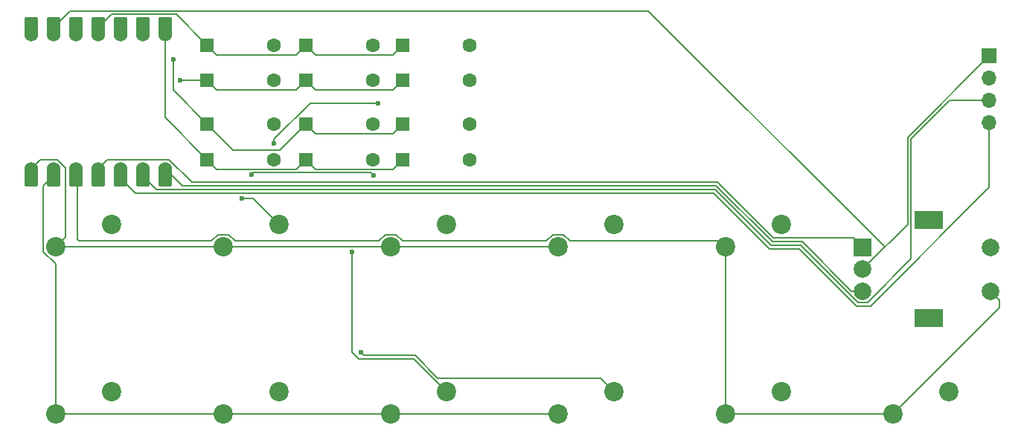
<source format=gbr>
%TF.GenerationSoftware,KiCad,Pcbnew,9.0.6*%
%TF.CreationDate,2025-12-11T12:47:50+11:00*%
%TF.ProjectId,vali-macroPAD,76616c69-2d6d-4616-9372-6f5041442e6b,rev?*%
%TF.SameCoordinates,Original*%
%TF.FileFunction,Copper,L1,Top*%
%TF.FilePolarity,Positive*%
%FSLAX46Y46*%
G04 Gerber Fmt 4.6, Leading zero omitted, Abs format (unit mm)*
G04 Created by KiCad (PCBNEW 9.0.6) date 2025-12-11 12:47:50*
%MOMM*%
%LPD*%
G01*
G04 APERTURE LIST*
G04 Aperture macros list*
%AMRoundRect*
0 Rectangle with rounded corners*
0 $1 Rounding radius*
0 $2 $3 $4 $5 $6 $7 $8 $9 X,Y pos of 4 corners*
0 Add a 4 corners polygon primitive as box body*
4,1,4,$2,$3,$4,$5,$6,$7,$8,$9,$2,$3,0*
0 Add four circle primitives for the rounded corners*
1,1,$1+$1,$2,$3*
1,1,$1+$1,$4,$5*
1,1,$1+$1,$6,$7*
1,1,$1+$1,$8,$9*
0 Add four rect primitives between the rounded corners*
20,1,$1+$1,$2,$3,$4,$5,0*
20,1,$1+$1,$4,$5,$6,$7,0*
20,1,$1+$1,$6,$7,$8,$9,0*
20,1,$1+$1,$8,$9,$2,$3,0*%
G04 Aperture macros list end*
%TA.AperFunction,ComponentPad*%
%ADD10C,2.200000*%
%TD*%
%TA.AperFunction,ComponentPad*%
%ADD11R,2.000000X2.000000*%
%TD*%
%TA.AperFunction,ComponentPad*%
%ADD12C,2.000000*%
%TD*%
%TA.AperFunction,ComponentPad*%
%ADD13R,3.200000X2.000000*%
%TD*%
%TA.AperFunction,ComponentPad*%
%ADD14RoundRect,0.250000X-0.550000X-0.550000X0.550000X-0.550000X0.550000X0.550000X-0.550000X0.550000X0*%
%TD*%
%TA.AperFunction,ComponentPad*%
%ADD15C,1.600000*%
%TD*%
%TA.AperFunction,ComponentPad*%
%ADD16R,1.700000X1.700000*%
%TD*%
%TA.AperFunction,ComponentPad*%
%ADD17O,1.700000X1.700000*%
%TD*%
%TA.AperFunction,SMDPad,CuDef*%
%ADD18RoundRect,0.152400X-0.609600X1.063600X-0.609600X-1.063600X0.609600X-1.063600X0.609600X1.063600X0*%
%TD*%
%TA.AperFunction,ComponentPad*%
%ADD19C,1.524000*%
%TD*%
%TA.AperFunction,SMDPad,CuDef*%
%ADD20RoundRect,0.152400X0.609600X-1.063600X0.609600X1.063600X-0.609600X1.063600X-0.609600X-1.063600X0*%
%TD*%
%TA.AperFunction,ViaPad*%
%ADD21C,0.600000*%
%TD*%
%TA.AperFunction,Conductor*%
%ADD22C,0.200000*%
%TD*%
G04 APERTURE END LIST*
D10*
%TO.P,SW11,1,1*%
%TO.N,Net-(D11-A)*%
X183515000Y-104457500D03*
%TO.P,SW11,2,2*%
%TO.N,Row3*%
X177165000Y-106997500D03*
%TD*%
%TO.P,SW6,1,1*%
%TO.N,Net-(D6-A)*%
X126365000Y-104457500D03*
%TO.P,SW6,2,2*%
%TO.N,Row2*%
X120015000Y-106997500D03*
%TD*%
D11*
%TO.P,SW10,A,A*%
%TO.N,REA*%
X192775000Y-87987500D03*
D12*
%TO.P,SW10,B,B*%
%TO.N,REB*%
X192775000Y-92987500D03*
%TO.P,SW10,C,C*%
%TO.N,GND*%
X192775000Y-90487500D03*
D13*
%TO.P,SW10,MP*%
%TO.N,N/C*%
X200275000Y-84887500D03*
X200275000Y-96087500D03*
D12*
%TO.P,SW10,S1,S1*%
%TO.N,Row3*%
X207275000Y-92987500D03*
%TO.P,SW10,S2,S2*%
%TO.N,Net-(D10-A)*%
X207275000Y-87987500D03*
%TD*%
D14*
%TO.P,D2,1,K*%
%TO.N,Col2*%
X118190000Y-69000000D03*
D15*
%TO.P,D2,2,A*%
%TO.N,Net-(D2-A)*%
X125810000Y-69000000D03*
%TD*%
D14*
%TO.P,D10,1,K*%
%TO.N,Col2*%
X140380000Y-69000000D03*
D15*
%TO.P,D10,2,A*%
%TO.N,Net-(D10-A)*%
X148000000Y-69000000D03*
%TD*%
D10*
%TO.P,SW3,1,1*%
%TO.N,Net-(D3-A)*%
X145415000Y-85407500D03*
%TO.P,SW3,2,2*%
%TO.N,Row1*%
X139065000Y-87947500D03*
%TD*%
D14*
%TO.P,D7,1,K*%
%TO.N,Col3*%
X129380000Y-74000000D03*
D15*
%TO.P,D7,2,A*%
%TO.N,Net-(D7-A)*%
X137000000Y-74000000D03*
%TD*%
D14*
%TO.P,D12,1,K*%
%TO.N,Col4*%
X140380000Y-78000000D03*
D15*
%TO.P,D12,2,A*%
%TO.N,Net-(D12-A)*%
X148000000Y-78000000D03*
%TD*%
D14*
%TO.P,D8,1,K*%
%TO.N,Col4*%
X129380000Y-78000000D03*
D15*
%TO.P,D8,2,A*%
%TO.N,Net-(D8-A)*%
X137000000Y-78000000D03*
%TD*%
D10*
%TO.P,SW7,1,1*%
%TO.N,Net-(D7-A)*%
X145415000Y-104457500D03*
%TO.P,SW7,2,2*%
%TO.N,Row2*%
X139065000Y-106997500D03*
%TD*%
%TO.P,SW4,1,1*%
%TO.N,Net-(D4-A)*%
X164465000Y-85407500D03*
%TO.P,SW4,2,2*%
%TO.N,Row1*%
X158115000Y-87947500D03*
%TD*%
%TO.P,SW12,1,1*%
%TO.N,Net-(D12-A)*%
X202565000Y-104457500D03*
%TO.P,SW12,2,2*%
%TO.N,Row3*%
X196215000Y-106997500D03*
%TD*%
D14*
%TO.P,D6,1,K*%
%TO.N,Col2*%
X129380000Y-69000000D03*
D15*
%TO.P,D6,2,A*%
%TO.N,Net-(D6-A)*%
X137000000Y-69000000D03*
%TD*%
D10*
%TO.P,SW1,1,1*%
%TO.N,Net-(D1-A)*%
X107315000Y-85407500D03*
%TO.P,SW1,2,2*%
%TO.N,Row1*%
X100965000Y-87947500D03*
%TD*%
D16*
%TO.P,OL1,1,SDA*%
%TO.N,GND*%
X207168750Y-66198750D03*
D17*
%TO.P,OL1,2,SCL*%
%TO.N,VCC*%
X207168750Y-68738750D03*
%TO.P,OL1,3,VCC*%
%TO.N,OLEDSCL*%
X207168750Y-71278750D03*
%TO.P,OL1,4,GND*%
%TO.N,OLEDSDA*%
X207168750Y-73818750D03*
%TD*%
D10*
%TO.P,SW8,1,1*%
%TO.N,Net-(D8-A)*%
X164465000Y-104457500D03*
%TO.P,SW8,2,2*%
%TO.N,Row2*%
X158115000Y-106997500D03*
%TD*%
D14*
%TO.P,D11,1,K*%
%TO.N,Col3*%
X140380000Y-74000000D03*
D15*
%TO.P,D11,2,A*%
%TO.N,Net-(D11-A)*%
X148000000Y-74000000D03*
%TD*%
D18*
%TO.P,U1,1,GPIO26/ADC0/A0*%
%TO.N,Row1*%
X98151250Y-79892500D03*
D19*
X98151250Y-79057500D03*
D18*
%TO.P,U1,2,GPIO27/ADC1/A1*%
%TO.N,Row2*%
X100691250Y-79892500D03*
D19*
X100691250Y-79057500D03*
D18*
%TO.P,U1,3,GPIO28/ADC2/A2*%
%TO.N,Row3*%
X103231250Y-79892500D03*
D19*
X103231250Y-79057500D03*
D18*
%TO.P,U1,4,GPIO29/ADC3/A3*%
%TO.N,REA*%
X105771250Y-79892500D03*
D19*
X105771250Y-79057500D03*
D18*
%TO.P,U1,5,GPIO6/SDA*%
%TO.N,OLEDSDA*%
X108311250Y-79892500D03*
D19*
X108311250Y-79057500D03*
D18*
%TO.P,U1,6,GPIO7/SCL*%
%TO.N,OLEDSCL*%
X110851250Y-79892500D03*
D19*
X110851250Y-79057500D03*
D18*
%TO.P,U1,7,GPIO0/TX*%
%TO.N,REB*%
X113391250Y-79892500D03*
D19*
X113391250Y-79057500D03*
%TO.P,U1,8,GPIO1/RX*%
%TO.N,Col4*%
X113391250Y-63817500D03*
D20*
X113391250Y-62982500D03*
D19*
%TO.P,U1,9,GPIO2/SCK*%
%TO.N,Col3*%
X110851250Y-63817500D03*
D20*
X110851250Y-62982500D03*
D19*
%TO.P,U1,10,GPIO4/MISO*%
%TO.N,Col2*%
X108311250Y-63817500D03*
D20*
X108311250Y-62982500D03*
D19*
%TO.P,U1,11,GPIO3/MOSI*%
%TO.N,Col1*%
X105771250Y-63817500D03*
D20*
X105771250Y-62982500D03*
D19*
%TO.P,U1,12,3V3*%
%TO.N,unconnected-(U1-3V3-Pad12)*%
X103231250Y-63817500D03*
D20*
X103231250Y-62982500D03*
D19*
%TO.P,U1,13,GND*%
%TO.N,GND*%
X100691250Y-63817500D03*
D20*
X100691250Y-62982500D03*
D19*
%TO.P,U1,14,VBUS*%
%TO.N,VCC*%
X98151250Y-63817500D03*
D20*
X98151250Y-62982500D03*
%TD*%
D14*
%TO.P,D5,1,K*%
%TO.N,Col1*%
X129380000Y-65000000D03*
D15*
%TO.P,D5,2,A*%
%TO.N,Net-(D5-A)*%
X137000000Y-65000000D03*
%TD*%
D10*
%TO.P,SW9,1,1*%
%TO.N,Net-(D9-A)*%
X183515000Y-85407500D03*
%TO.P,SW9,2,2*%
%TO.N,Row3*%
X177165000Y-87947500D03*
%TD*%
D14*
%TO.P,D9,1,K*%
%TO.N,Col1*%
X140380000Y-65000000D03*
D15*
%TO.P,D9,2,A*%
%TO.N,Net-(D9-A)*%
X148000000Y-65000000D03*
%TD*%
D14*
%TO.P,D4,1,K*%
%TO.N,Col4*%
X118190000Y-78000000D03*
D15*
%TO.P,D4,2,A*%
%TO.N,Net-(D4-A)*%
X125810000Y-78000000D03*
%TD*%
D14*
%TO.P,D1,1,K*%
%TO.N,Col1*%
X118190000Y-65000000D03*
D15*
%TO.P,D1,2,A*%
%TO.N,Net-(D1-A)*%
X125810000Y-65000000D03*
%TD*%
D10*
%TO.P,SW5,1,1*%
%TO.N,Net-(D5-A)*%
X107315000Y-104457500D03*
%TO.P,SW5,2,2*%
%TO.N,Row2*%
X100965000Y-106997500D03*
%TD*%
%TO.P,SW2,1,1*%
%TO.N,Net-(D2-A)*%
X126365000Y-85407500D03*
%TO.P,SW2,2,2*%
%TO.N,Row1*%
X120015000Y-87947500D03*
%TD*%
D14*
%TO.P,D3,1,K*%
%TO.N,Col3*%
X118190000Y-74000000D03*
D15*
%TO.P,D3,2,A*%
%TO.N,Net-(D3-A)*%
X125810000Y-74000000D03*
%TD*%
D21*
%TO.N,Col2*%
X115100000Y-69000000D03*
%TO.N,Col3*%
X114300000Y-66600000D03*
%TO.N,Net-(D7-A)*%
X134700000Y-88547500D03*
%TO.N,Net-(D8-A)*%
X135700000Y-100000000D03*
%TO.N,Net-(D2-A)*%
X122108023Y-82410500D03*
%TO.N,Net-(D3-A)*%
X137100000Y-79800000D03*
X123200000Y-79701000D03*
%TO.N,Net-(D4-A)*%
X125800000Y-76200000D03*
X137600000Y-71600000D03*
%TD*%
D22*
%TO.N,Col1*%
X139279000Y-66101000D02*
X140380000Y-65000000D01*
X114655500Y-61465500D02*
X107288250Y-61465500D01*
X130481000Y-66101000D02*
X139279000Y-66101000D01*
X119291000Y-66101000D02*
X128279000Y-66101000D01*
X107288250Y-61465500D02*
X105771250Y-62982500D01*
X118190000Y-65000000D02*
X119291000Y-66101000D01*
X129380000Y-65000000D02*
X130481000Y-66101000D01*
X118190000Y-65000000D02*
X114655500Y-61465500D01*
X128279000Y-66101000D02*
X129380000Y-65000000D01*
%TO.N,Col2*%
X118190000Y-69000000D02*
X115100000Y-69000000D01*
X129380000Y-69000000D02*
X130481000Y-70101000D01*
X139279000Y-70101000D02*
X140380000Y-69000000D01*
X130481000Y-70101000D02*
X139279000Y-70101000D01*
X119291000Y-70101000D02*
X128279000Y-70101000D01*
X128279000Y-70101000D02*
X129380000Y-69000000D01*
X118190000Y-69000000D02*
X119291000Y-70101000D01*
%TO.N,Col3*%
X118190000Y-74000000D02*
X121090000Y-76900000D01*
X121090000Y-76900000D02*
X126480000Y-76900000D01*
X129380000Y-74000000D02*
X130481000Y-75101000D01*
X118190000Y-74000000D02*
X114300000Y-70110000D01*
X139279000Y-75101000D02*
X140380000Y-74000000D01*
X126480000Y-76900000D02*
X129380000Y-74000000D01*
X114300000Y-70110000D02*
X114300000Y-66600000D01*
X130481000Y-75101000D02*
X139279000Y-75101000D01*
%TO.N,Net-(D7-A)*%
X145415000Y-104457500D02*
X141657500Y-100700000D01*
X134700000Y-100000000D02*
X134700000Y-88547500D01*
X141657500Y-100700000D02*
X135400000Y-100700000D01*
X135400000Y-100700000D02*
X134700000Y-100000000D01*
%TO.N,Net-(D8-A)*%
X162907500Y-102900000D02*
X164465000Y-104457500D01*
X144424600Y-102900000D02*
X162907500Y-102900000D01*
X135700000Y-100000000D02*
X135999000Y-100299000D01*
X141823600Y-100299000D02*
X144424600Y-102900000D01*
X135999000Y-100299000D02*
X141823600Y-100299000D01*
%TO.N,Col4*%
X128279000Y-79101000D02*
X129380000Y-78000000D01*
X118190000Y-78000000D02*
X113391250Y-73201250D01*
X118190000Y-78000000D02*
X119291000Y-79101000D01*
X139279000Y-79101000D02*
X140380000Y-78000000D01*
X119291000Y-79101000D02*
X128279000Y-79101000D01*
X129380000Y-78000000D02*
X130481000Y-79101000D01*
X113391250Y-73201250D02*
X113391250Y-63817500D01*
X130481000Y-79101000D02*
X139279000Y-79101000D01*
%TO.N,OLEDSDA*%
X109986620Y-81810500D02*
X108311250Y-80135130D01*
X193675000Y-94689500D02*
X192070008Y-94689500D01*
X192070008Y-94689500D02*
X185549694Y-88169186D01*
X207168750Y-73818750D02*
X207168750Y-81195750D01*
X185549694Y-88169186D02*
X182134986Y-88169186D01*
X175776300Y-81810500D02*
X109986620Y-81810500D01*
X207168750Y-81195750D02*
X193675000Y-94689500D01*
X182134986Y-88169186D02*
X175776300Y-81810500D01*
X108311250Y-80135130D02*
X108311250Y-79057500D01*
%TO.N,GND*%
X197877000Y-75490500D02*
X207168750Y-66198750D01*
X192775000Y-90487500D02*
X197877000Y-85385500D01*
X195281250Y-87981250D02*
X168364500Y-61064500D01*
X168364500Y-61064500D02*
X102609250Y-61064500D01*
X192775000Y-90487500D02*
X195281250Y-87981250D01*
X102609250Y-61064500D02*
X100691250Y-62982500D01*
X197877000Y-85385500D02*
X197877000Y-75490500D01*
%TO.N,OLEDSCL*%
X193313892Y-94288500D02*
X192236108Y-94288500D01*
X198278000Y-89324392D02*
X193313892Y-94288500D01*
X175942400Y-81409500D02*
X112368250Y-81409500D01*
X202655850Y-71278750D02*
X198278000Y-75656600D01*
X112368250Y-81409500D02*
X110851250Y-79892500D01*
X207168750Y-71278750D02*
X202655850Y-71278750D01*
X182301086Y-87768186D02*
X175942400Y-81409500D01*
X185715794Y-87768186D02*
X182301086Y-87768186D01*
X192236108Y-94288500D02*
X185715794Y-87768186D01*
X198278000Y-75656600D02*
X198278000Y-89324392D01*
%TO.N,Row1*%
X99214250Y-77994500D02*
X98151250Y-79057500D01*
X120015000Y-87947500D02*
X139065000Y-87947500D01*
X100965000Y-87947500D02*
X120015000Y-87947500D01*
X102064999Y-86847501D02*
X102064999Y-78927939D01*
X101131560Y-77994500D02*
X99214250Y-77994500D01*
X102064999Y-78927939D02*
X101131560Y-77994500D01*
X139065000Y-87947500D02*
X158115000Y-87947500D01*
X100965000Y-87947500D02*
X102064999Y-86847501D01*
%TO.N,Row2*%
X139065000Y-106997500D02*
X158115000Y-106997500D01*
X100965000Y-106997500D02*
X120015000Y-106997500D01*
X99564000Y-88527814D02*
X99564000Y-81019750D01*
X120015000Y-106997500D02*
X139065000Y-106997500D01*
X100965000Y-106997500D02*
X100965000Y-89928814D01*
X99564000Y-81019750D02*
X100691250Y-79892500D01*
X100965000Y-89928814D02*
X99564000Y-88527814D01*
%TO.N,Row3*%
X176517500Y-87300000D02*
X159448814Y-87300000D01*
X139645314Y-86546500D02*
X138484686Y-86546500D01*
X137731186Y-87300000D02*
X121348814Y-87300000D01*
X158695314Y-86546500D02*
X157534686Y-86546500D01*
X208287500Y-94925000D02*
X208287500Y-94000000D01*
X159448814Y-87300000D02*
X158695314Y-86546500D01*
X140398814Y-87300000D02*
X139645314Y-86546500D01*
X208287500Y-94000000D02*
X207275000Y-92987500D01*
X177165000Y-106997500D02*
X196215000Y-106997500D01*
X120595314Y-86546500D02*
X119434686Y-86546500D01*
X157534686Y-86546500D02*
X156781186Y-87300000D01*
X156781186Y-87300000D02*
X140398814Y-87300000D01*
X119434686Y-86546500D02*
X118681186Y-87300000D01*
X177165000Y-87947500D02*
X176517500Y-87300000D01*
X138484686Y-86546500D02*
X137731186Y-87300000D01*
X177165000Y-87947500D02*
X177165000Y-106997500D01*
X103400000Y-80061250D02*
X103231250Y-79892500D01*
X118681186Y-87300000D02*
X103600000Y-87300000D01*
X121348814Y-87300000D02*
X120595314Y-86546500D01*
X103600000Y-87300000D02*
X103400000Y-87100000D01*
X196215000Y-106997500D02*
X208287500Y-94925000D01*
X103400000Y-87100000D02*
X103400000Y-80061250D01*
%TO.N,REB*%
X185881894Y-87367186D02*
X182467186Y-87367186D01*
X192775000Y-92987500D02*
X191502208Y-92987500D01*
X176100000Y-81000000D02*
X115333750Y-81000000D01*
X182467186Y-87367186D02*
X176100000Y-81000000D01*
X115333750Y-81000000D02*
X113391250Y-79057500D01*
X191502208Y-92987500D02*
X185881894Y-87367186D01*
%TO.N,REA*%
X176266100Y-80599000D02*
X116436060Y-80599000D01*
X106834250Y-77994500D02*
X105771250Y-79057500D01*
X116436060Y-80599000D02*
X113831560Y-77994500D01*
X191687500Y-86900000D02*
X182567100Y-86900000D01*
X182567100Y-86900000D02*
X176266100Y-80599000D01*
X113831560Y-77994500D02*
X106834250Y-77994500D01*
X192775000Y-87987500D02*
X191687500Y-86900000D01*
%TO.N,Net-(D2-A)*%
X123368000Y-82410500D02*
X122108023Y-82410500D01*
X126365000Y-85407500D02*
X123368000Y-82410500D01*
%TO.N,Net-(D3-A)*%
X137100000Y-79800000D02*
X136802000Y-79502000D01*
X136802000Y-79502000D02*
X123399000Y-79502000D01*
X123399000Y-79502000D02*
X123200000Y-79701000D01*
%TO.N,Net-(D4-A)*%
X129893840Y-71600000D02*
X125800000Y-75693840D01*
X137600000Y-71600000D02*
X129893840Y-71600000D01*
X125800000Y-75693840D02*
X125800000Y-76200000D01*
%TD*%
M02*

</source>
